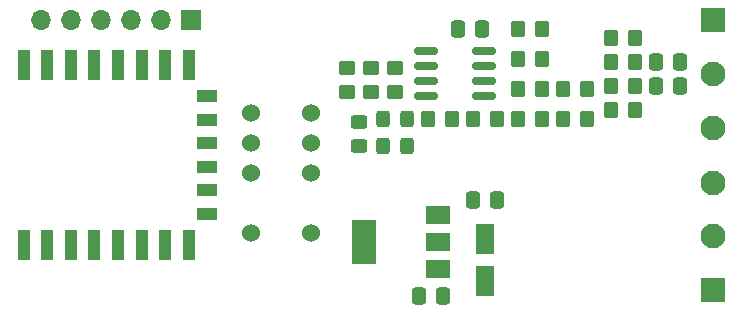
<source format=gbr>
%TF.GenerationSoftware,KiCad,Pcbnew,(6.0.0)*%
%TF.CreationDate,2022-01-02T18:39:14+01:00*%
%TF.ProjectId,esp-door-phone-monitor-v2,6573702d-646f-46f7-922d-70686f6e652d,rev?*%
%TF.SameCoordinates,Original*%
%TF.FileFunction,Soldermask,Top*%
%TF.FilePolarity,Negative*%
%FSLAX46Y46*%
G04 Gerber Fmt 4.6, Leading zero omitted, Abs format (unit mm)*
G04 Created by KiCad (PCBNEW (6.0.0)) date 2022-01-02 18:39:14*
%MOMM*%
%LPD*%
G01*
G04 APERTURE LIST*
G04 Aperture macros list*
%AMRoundRect*
0 Rectangle with rounded corners*
0 $1 Rounding radius*
0 $2 $3 $4 $5 $6 $7 $8 $9 X,Y pos of 4 corners*
0 Add a 4 corners polygon primitive as box body*
4,1,4,$2,$3,$4,$5,$6,$7,$8,$9,$2,$3,0*
0 Add four circle primitives for the rounded corners*
1,1,$1+$1,$2,$3*
1,1,$1+$1,$4,$5*
1,1,$1+$1,$6,$7*
1,1,$1+$1,$8,$9*
0 Add four rect primitives between the rounded corners*
20,1,$1+$1,$2,$3,$4,$5,0*
20,1,$1+$1,$4,$5,$6,$7,0*
20,1,$1+$1,$6,$7,$8,$9,0*
20,1,$1+$1,$8,$9,$2,$3,0*%
G04 Aperture macros list end*
%ADD10RoundRect,0.250000X0.350000X0.450000X-0.350000X0.450000X-0.350000X-0.450000X0.350000X-0.450000X0*%
%ADD11RoundRect,0.250001X0.799999X-0.799999X0.799999X0.799999X-0.799999X0.799999X-0.799999X-0.799999X0*%
%ADD12C,2.100000*%
%ADD13RoundRect,0.250000X-0.325000X-0.450000X0.325000X-0.450000X0.325000X0.450000X-0.325000X0.450000X0*%
%ADD14RoundRect,0.250000X-0.550000X1.050000X-0.550000X-1.050000X0.550000X-1.050000X0.550000X1.050000X0*%
%ADD15RoundRect,0.250000X-0.450000X0.350000X-0.450000X-0.350000X0.450000X-0.350000X0.450000X0.350000X0*%
%ADD16RoundRect,0.250000X-0.337500X-0.475000X0.337500X-0.475000X0.337500X0.475000X-0.337500X0.475000X0*%
%ADD17RoundRect,0.250000X-0.350000X-0.450000X0.350000X-0.450000X0.350000X0.450000X-0.350000X0.450000X0*%
%ADD18RoundRect,0.250000X-0.450000X0.325000X-0.450000X-0.325000X0.450000X-0.325000X0.450000X0.325000X0*%
%ADD19RoundRect,0.250000X0.450000X-0.350000X0.450000X0.350000X-0.450000X0.350000X-0.450000X-0.350000X0*%
%ADD20R,2.000000X1.500000*%
%ADD21R,2.000000X3.800000*%
%ADD22C,1.524000*%
%ADD23RoundRect,0.250001X-0.799999X0.799999X-0.799999X-0.799999X0.799999X-0.799999X0.799999X0.799999X0*%
%ADD24RoundRect,0.250000X0.337500X0.475000X-0.337500X0.475000X-0.337500X-0.475000X0.337500X-0.475000X0*%
%ADD25R,1.700000X1.700000*%
%ADD26O,1.700000X1.700000*%
%ADD27RoundRect,0.150000X0.825000X0.150000X-0.825000X0.150000X-0.825000X-0.150000X0.825000X-0.150000X0*%
%ADD28R,1.000000X2.500000*%
%ADD29R,1.800000X1.000000*%
G04 APERTURE END LIST*
D10*
%TO.C,R15*%
X161290000Y-90678000D03*
X159290000Y-90678000D03*
%TD*%
D11*
%TO.C,J2*%
X175768000Y-110236000D03*
D12*
X175768000Y-105636000D03*
%TD*%
D13*
%TO.C,D2*%
X147835000Y-98044000D03*
X149885000Y-98044000D03*
%TD*%
D14*
%TO.C,C1*%
X156464000Y-105896000D03*
X156464000Y-109496000D03*
%TD*%
D15*
%TO.C,R21*%
X148860000Y-91456000D03*
X148860000Y-93456000D03*
%TD*%
D13*
%TO.C,D1*%
X147835000Y-95758000D03*
X149885000Y-95758000D03*
%TD*%
D16*
%TO.C,C5*%
X150854500Y-110744000D03*
X152929500Y-110744000D03*
%TD*%
D10*
%TO.C,R13*%
X165100000Y-93218000D03*
X163100000Y-93218000D03*
%TD*%
%TO.C,R18*%
X161290000Y-95758000D03*
X159290000Y-95758000D03*
%TD*%
D16*
%TO.C,C8*%
X154172500Y-88138000D03*
X156247500Y-88138000D03*
%TD*%
D17*
%TO.C,R14*%
X163100000Y-95758000D03*
X165100000Y-95758000D03*
%TD*%
D18*
%TO.C,D3*%
X145812000Y-96003000D03*
X145812000Y-98053000D03*
%TD*%
D19*
%TO.C,R22*%
X146828000Y-93456000D03*
X146828000Y-91456000D03*
%TD*%
D10*
%TO.C,R20*%
X153670000Y-95758000D03*
X151670000Y-95758000D03*
%TD*%
D19*
%TO.C,R23*%
X144796000Y-93456000D03*
X144796000Y-91456000D03*
%TD*%
D10*
%TO.C,R10*%
X169164000Y-94996000D03*
X167164000Y-94996000D03*
%TD*%
%TO.C,R16*%
X161290000Y-93218000D03*
X159290000Y-93218000D03*
%TD*%
D20*
%TO.C,U2*%
X152502000Y-108472000D03*
D21*
X146202000Y-106172000D03*
D20*
X152502000Y-106172000D03*
X152502000Y-103872000D03*
%TD*%
D10*
%TO.C,R12*%
X169164000Y-92964000D03*
X167164000Y-92964000D03*
%TD*%
%TO.C,R17*%
X161290000Y-88138000D03*
X159290000Y-88138000D03*
%TD*%
D22*
%TO.C,K1*%
X141732000Y-105410000D03*
X141732000Y-100330000D03*
X141732000Y-97790000D03*
X141732000Y-95250000D03*
X136652000Y-95250000D03*
X136652000Y-97790000D03*
X136652000Y-100330000D03*
X136652000Y-105410000D03*
%TD*%
D23*
%TO.C,J1*%
X175768000Y-87348000D03*
D12*
X175768000Y-91948000D03*
X175768000Y-96548000D03*
X175768000Y-101148000D03*
%TD*%
D16*
%TO.C,C2*%
X155426500Y-102616000D03*
X157501500Y-102616000D03*
%TD*%
D24*
%TO.C,C6*%
X173011500Y-90932000D03*
X170936500Y-90932000D03*
%TD*%
D25*
%TO.C,J3*%
X131572000Y-87376000D03*
D26*
X129032000Y-87376000D03*
X126492000Y-87376000D03*
X123952000Y-87376000D03*
X121412000Y-87376000D03*
X118872000Y-87376000D03*
%TD*%
D10*
%TO.C,R19*%
X157480000Y-95758000D03*
X155480000Y-95758000D03*
%TD*%
D27*
%TO.C,U1*%
X156415000Y-93853000D03*
X156415000Y-92583000D03*
X156415000Y-91313000D03*
X156415000Y-90043000D03*
X151465000Y-90043000D03*
X151465000Y-91313000D03*
X151465000Y-92583000D03*
X151465000Y-93853000D03*
%TD*%
D10*
%TO.C,R11*%
X169164000Y-90932000D03*
X167164000Y-90932000D03*
%TD*%
D24*
%TO.C,C7*%
X173011500Y-92964000D03*
X170936500Y-92964000D03*
%TD*%
D10*
%TO.C,R9*%
X169164000Y-88900000D03*
X167164000Y-88900000D03*
%TD*%
D28*
%TO.C,U3*%
X117404000Y-106406000D03*
X119404000Y-106406000D03*
X121404000Y-106406000D03*
X123404000Y-106406000D03*
X125404000Y-106406000D03*
X127404000Y-106406000D03*
X129404000Y-106406000D03*
X131404000Y-106406000D03*
D29*
X132904000Y-103806000D03*
X132904000Y-101806000D03*
X132904000Y-99806000D03*
X132904000Y-97806000D03*
X132904000Y-95806000D03*
X132904000Y-93806000D03*
D28*
X131404000Y-91206000D03*
X129404000Y-91206000D03*
X127404000Y-91206000D03*
X125404000Y-91206000D03*
X123404000Y-91206000D03*
X121404000Y-91206000D03*
X119404000Y-91206000D03*
X117404000Y-91206000D03*
%TD*%
M02*

</source>
